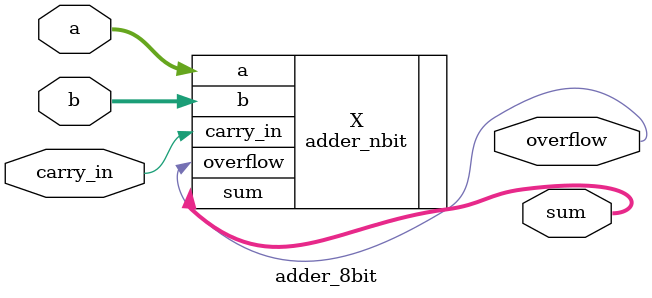
<source format=sv>

module adder_8bit
(
	input wire [7:0] a,
	input wire [7:0] b,
	input wire carry_in,
	output wire [7:0] sum,
	output wire overflow
);
	adder_nbit #(8) X(.a(a[7:0]), .b(b[7:0]), .carry_in(carry_in), .sum(sum[7:0]), .overflow(overflow));
	// STUDENT: Fill in the correct port map with parameter override syntax for using your n-bit ripple carry adder design to be an 8-bit ripple carry adder design
endmodule

</source>
